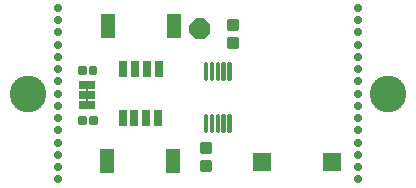
<source format=gbr>
G04 EAGLE Gerber RS-274X export*
G75*
%MOMM*%
%FSLAX34Y34*%
%LPD*%
%AMOC8*
5,1,8,0,0,1.08239X$1,22.5*%
G01*
%ADD10C,3.101600*%
%ADD11C,0.701600*%
%ADD12C,0.326897*%
%ADD13R,0.701600X1.451600*%
%ADD14R,1.301600X2.101600*%
%ADD15R,1.371600X0.736600*%
%ADD16C,0.203200*%
%ADD17C,0.419859*%
%ADD18C,0.253006*%
%ADD19P,1.924489X8X112.500000*%
%ADD20R,1.601600X1.601600*%


D10*
X25400Y72550D03*
X330200Y72550D03*
D11*
X51000Y0D03*
X304600Y0D03*
X51000Y10364D03*
X51000Y20728D03*
X51000Y31092D03*
X51000Y41456D03*
X51000Y51820D03*
X51000Y62184D03*
X51000Y72548D03*
X51000Y82912D03*
X51000Y93276D03*
X51000Y103640D03*
X51000Y114004D03*
X51000Y124368D03*
X51000Y134732D03*
X51000Y145096D03*
X304600Y10364D03*
X304600Y20728D03*
X304600Y31092D03*
X304600Y41456D03*
X304600Y51820D03*
X304600Y62184D03*
X304600Y72548D03*
X304600Y82912D03*
X304600Y93276D03*
X304600Y103640D03*
X304600Y114004D03*
X304600Y124368D03*
X304600Y134732D03*
X304600Y145096D03*
D12*
X178885Y14679D02*
X178885Y8041D01*
X172247Y8041D01*
X172247Y14679D01*
X178885Y14679D01*
X178885Y11147D02*
X172247Y11147D01*
X172247Y14253D02*
X178885Y14253D01*
X178885Y23281D02*
X178885Y29919D01*
X178885Y23281D02*
X172247Y23281D01*
X172247Y29919D01*
X178885Y29919D01*
X178885Y26387D02*
X172247Y26387D01*
X172247Y29493D02*
X178885Y29493D01*
X195421Y127285D02*
X195421Y133923D01*
X202059Y133923D01*
X202059Y127285D01*
X195421Y127285D01*
X195421Y130391D02*
X202059Y130391D01*
X202059Y133497D02*
X195421Y133497D01*
X195421Y118683D02*
X195421Y112045D01*
X195421Y118683D02*
X202059Y118683D01*
X202059Y112045D01*
X195421Y112045D01*
X195421Y115151D02*
X202059Y115151D01*
X202059Y118257D02*
X195421Y118257D01*
D13*
X105360Y52000D03*
X115360Y52000D03*
X125360Y52000D03*
X135360Y52000D03*
D14*
X148360Y15250D03*
X92360Y15250D03*
D13*
X135820Y93100D03*
X125820Y93100D03*
X115820Y93100D03*
X105820Y93100D03*
D14*
X92820Y129850D03*
X148820Y129850D03*
D15*
X75430Y63290D03*
X75430Y71418D03*
X75430Y79546D03*
D16*
X75430Y80308D02*
X75430Y62782D01*
D17*
X78291Y94448D02*
X81459Y94448D01*
X81459Y91280D01*
X78291Y91280D01*
X78291Y94448D01*
X72569Y94448D02*
X69401Y94448D01*
X72569Y94448D02*
X72569Y91280D01*
X69401Y91280D01*
X69401Y94448D01*
X78361Y51542D02*
X81529Y51542D01*
X81529Y48374D01*
X78361Y48374D01*
X78361Y51542D01*
X72639Y51542D02*
X69471Y51542D01*
X72639Y51542D02*
X72639Y48374D01*
X69471Y48374D01*
X69471Y51542D01*
D18*
X194813Y85147D02*
X194813Y98133D01*
X196299Y98133D01*
X196299Y85147D01*
X194813Y85147D01*
X194813Y87550D02*
X196299Y87550D01*
X196299Y89953D02*
X194813Y89953D01*
X194813Y92356D02*
X196299Y92356D01*
X196299Y94759D02*
X194813Y94759D01*
X194813Y97162D02*
X196299Y97162D01*
X189813Y98133D02*
X189813Y85147D01*
X189813Y98133D02*
X191299Y98133D01*
X191299Y85147D01*
X189813Y85147D01*
X189813Y87550D02*
X191299Y87550D01*
X191299Y89953D02*
X189813Y89953D01*
X189813Y92356D02*
X191299Y92356D01*
X191299Y94759D02*
X189813Y94759D01*
X189813Y97162D02*
X191299Y97162D01*
X184813Y98133D02*
X184813Y85147D01*
X184813Y98133D02*
X186299Y98133D01*
X186299Y85147D01*
X184813Y85147D01*
X184813Y87550D02*
X186299Y87550D01*
X186299Y89953D02*
X184813Y89953D01*
X184813Y92356D02*
X186299Y92356D01*
X186299Y94759D02*
X184813Y94759D01*
X184813Y97162D02*
X186299Y97162D01*
X179813Y98133D02*
X179813Y85147D01*
X179813Y98133D02*
X181299Y98133D01*
X181299Y85147D01*
X179813Y85147D01*
X179813Y87550D02*
X181299Y87550D01*
X181299Y89953D02*
X179813Y89953D01*
X179813Y92356D02*
X181299Y92356D01*
X181299Y94759D02*
X179813Y94759D01*
X179813Y97162D02*
X181299Y97162D01*
X174813Y98133D02*
X174813Y85147D01*
X174813Y98133D02*
X176299Y98133D01*
X176299Y85147D01*
X174813Y85147D01*
X174813Y87550D02*
X176299Y87550D01*
X176299Y89953D02*
X174813Y89953D01*
X174813Y92356D02*
X176299Y92356D01*
X176299Y94759D02*
X174813Y94759D01*
X174813Y97162D02*
X176299Y97162D01*
X174813Y54133D02*
X174813Y41147D01*
X174813Y54133D02*
X176299Y54133D01*
X176299Y41147D01*
X174813Y41147D01*
X174813Y43550D02*
X176299Y43550D01*
X176299Y45953D02*
X174813Y45953D01*
X174813Y48356D02*
X176299Y48356D01*
X176299Y50759D02*
X174813Y50759D01*
X174813Y53162D02*
X176299Y53162D01*
X179813Y54133D02*
X179813Y41147D01*
X179813Y54133D02*
X181299Y54133D01*
X181299Y41147D01*
X179813Y41147D01*
X179813Y43550D02*
X181299Y43550D01*
X181299Y45953D02*
X179813Y45953D01*
X179813Y48356D02*
X181299Y48356D01*
X181299Y50759D02*
X179813Y50759D01*
X179813Y53162D02*
X181299Y53162D01*
X184813Y54133D02*
X184813Y41147D01*
X184813Y54133D02*
X186299Y54133D01*
X186299Y41147D01*
X184813Y41147D01*
X184813Y43550D02*
X186299Y43550D01*
X186299Y45953D02*
X184813Y45953D01*
X184813Y48356D02*
X186299Y48356D01*
X186299Y50759D02*
X184813Y50759D01*
X184813Y53162D02*
X186299Y53162D01*
X189813Y54133D02*
X189813Y41147D01*
X189813Y54133D02*
X191299Y54133D01*
X191299Y41147D01*
X189813Y41147D01*
X189813Y43550D02*
X191299Y43550D01*
X191299Y45953D02*
X189813Y45953D01*
X189813Y48356D02*
X191299Y48356D01*
X191299Y50759D02*
X189813Y50759D01*
X189813Y53162D02*
X191299Y53162D01*
X194813Y54133D02*
X194813Y41147D01*
X194813Y54133D02*
X196299Y54133D01*
X196299Y41147D01*
X194813Y41147D01*
X194813Y43550D02*
X196299Y43550D01*
X196299Y45953D02*
X194813Y45953D01*
X194813Y48356D02*
X196299Y48356D01*
X196299Y50759D02*
X194813Y50759D01*
X194813Y53162D02*
X196299Y53162D01*
D19*
X170942Y127000D03*
D20*
X223000Y15100D03*
X283000Y15100D03*
M02*

</source>
